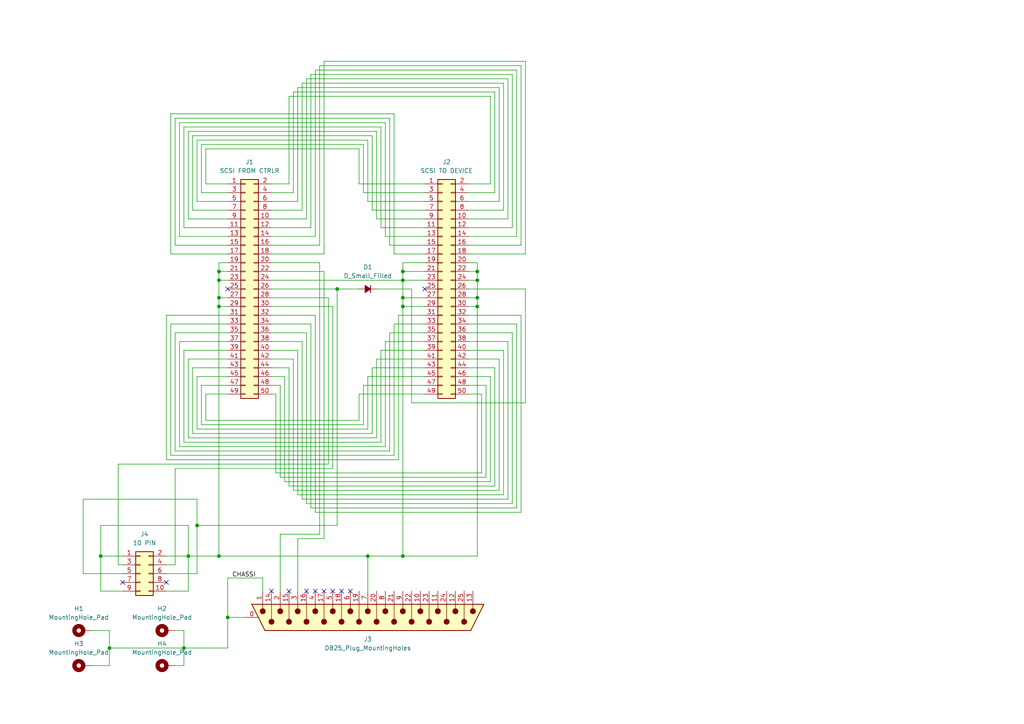
<source format=kicad_sch>
(kicad_sch (version 20231120) (generator "eeschema") (generator_version "8.0")
  (paper "A4")
  (lib_symbols
    (symbol "Connector:DB25_Plug_MountingHoles" (pin_names (offset 1.016) hide)
      (property "Reference" "J" (at 0 36.83 0))
      (property "Value" "DB25_Plug_MountingHoles" (at 0 34.925 0))
      (symbol "DB25_Plug_MountingHoles_0_1"
        (circle (center -1.778 -30.48) (radius 0.762) (fill (type outline)))
        (circle (center -1.778 -25.4) (radius 0.762) (fill (type outline)))
        (circle (center -1.778 -20.32) (radius 0.762) (fill (type outline)))
        (circle (center -1.778 -15.24) (radius 0.762) (fill (type outline)))
        (circle (center -1.778 -10.16) (radius 0.762) (fill (type outline)))
        (circle (center -1.778 -5.08) (radius 0.762) (fill (type outline)))
        (circle (center -1.778 0) (radius 0.762) (fill (type outline)))
        (circle (center -1.778 5.08) (radius 0.762) (fill (type outline)))
        (circle (center -1.778 10.16) (radius 0.762) (fill (type outline)))
        (circle (center -1.778 15.24) (radius 0.762) (fill (type outline)))
        (circle (center -1.778 20.32) (radius 0.762) (fill (type outline)))
        (circle (center -1.778 25.4) (radius 0.762) (fill (type outline)))
        (circle (center -1.778 30.48) (radius 0.762) (fill (type outline)))
        (polyline (pts (xy -3.81 -30.48) (xy -2.54 -30.48)))
        (polyline (pts (xy -3.81 -27.94) (xy 0.508 -27.94)))
        (polyline (pts (xy -3.81 -25.4) (xy -2.54 -25.4)))
        (polyline (pts (xy -3.81 -22.86) (xy 0.508 -22.86)))
        (polyline (pts (xy -3.81 -20.32) (xy -2.54 -20.32)))
        (polyline (pts (xy -3.81 -17.78) (xy 0.508 -17.78)))
        (polyline (pts (xy -3.81 -15.24) (xy -2.54 -15.24)))
        (polyline (pts (xy -3.81 -12.7) (xy 0.508 -12.7)))
        (polyline (pts (xy -3.81 -10.16) (xy -2.54 -10.16)))
        (polyline (pts (xy -3.81 -7.62) (xy 0.508 -7.62)))
        (polyline (pts (xy -3.81 -5.08) (xy -2.54 -5.08)))
        (polyline (pts (xy -3.81 -2.54) (xy 0.508 -2.54)))
        (polyline (pts (xy -3.81 0) (xy -2.54 0)))
        (polyline (pts (xy -3.81 2.54) (xy 0.508 2.54)))
        (polyline (pts (xy -3.81 5.08) (xy -2.54 5.08)))
        (polyline (pts (xy -3.81 7.62) (xy 0.508 7.62)))
        (polyline (pts (xy -3.81 10.16) (xy -2.54 10.16)))
        (polyline (pts (xy -3.81 12.7) (xy 0.508 12.7)))
        (polyline (pts (xy -3.81 15.24) (xy -2.54 15.24)))
        (polyline (pts (xy -3.81 17.78) (xy 0.508 17.78)))
        (polyline (pts (xy -3.81 20.32) (xy -2.54 20.32)))
        (polyline (pts (xy -3.81 22.86) (xy 0.508 22.86)))
        (polyline (pts (xy -3.81 25.4) (xy -2.54 25.4)))
        (polyline (pts (xy -3.81 27.94) (xy 0.508 27.94)))
        (polyline (pts (xy -3.81 30.48) (xy -2.54 30.48)))
        (polyline (pts (xy -3.81 -33.655) (xy 3.81 -29.845) (xy 3.81 29.845) (xy -3.81 33.655) (xy -3.81 -33.655)) (stroke (width 0.254)) (fill (type background)))
        (circle (center 1.27 -27.94) (radius 0.762) (fill (type outline)))
        (circle (center 1.27 -22.86) (radius 0.762) (fill (type outline)))
        (circle (center 1.27 -17.78) (radius 0.762) (fill (type outline)))
        (circle (center 1.27 -12.7) (radius 0.762) (fill (type outline)))
        (circle (center 1.27 -7.62) (radius 0.762) (fill (type outline)))
        (circle (center 1.27 -2.54) (radius 0.762) (fill (type outline)))
        (circle (center 1.27 2.54) (radius 0.762) (fill (type outline)))
        (circle (center 1.27 7.62) (radius 0.762) (fill (type outline)))
        (circle (center 1.27 12.7) (radius 0.762) (fill (type outline)))
        (circle (center 1.27 17.78) (radius 0.762) (fill (type outline)))
        (circle (center 1.27 22.86) (radius 0.762) (fill (type outline)))
        (circle (center 1.27 27.94) (radius 0.762) (fill (type outline)))
      )
      (symbol "DB25_Plug_MountingHoles_1_1"
        (pin passive line (at 0 -35.56 90) (length 3.81) (name "PAD") (number "0"))
        (pin passive line (at -7.62 -30.48 0) (length 3.81) (name "1") (number "1"))
        (pin passive line (at -7.62 15.24 0) (length 3.81) (name "10") (number "10"))
        (pin passive line (at -7.62 20.32 0) (length 3.81) (name "11") (number "11"))
        (pin passive line (at -7.62 25.4 0) (length 3.81) (name "12") (number "12"))
        (pin passive line (at -7.62 30.48 0) (length 3.81) (name "13") (number "13"))
        (pin passive line (at -7.62 -27.94 0) (length 3.81) (name "P14") (number "14"))
        (pin passive line (at -7.62 -22.86 0) (length 3.81) (name "P15") (number "15"))
        (pin passive line (at -7.62 -17.78 0) (length 3.81) (name "P16") (number "16"))
        (pin passive line (at -7.62 -12.7 0) (length 3.81) (name "P17") (number "17"))
        (pin passive line (at -7.62 -7.62 0) (length 3.81) (name "P18") (number "18"))
        (pin passive line (at -7.62 -2.54 0) (length 3.81) (name "P19") (number "19"))
        (pin passive line (at -7.62 -25.4 0) (length 3.81) (name "2") (number "2"))
        (pin passive line (at -7.62 2.54 0) (length 3.81) (name "P20") (number "20"))
        (pin passive line (at -7.62 7.62 0) (length 3.81) (name "P21") (number "21"))
        (pin passive line (at -7.62 12.7 0) (length 3.81) (name "P22") (number "22"))
        (pin passive line (at -7.62 17.78 0) (length 3.81) (name "P23") (number "23"))
        (pin passive line (at -7.62 22.86 0) (length 3.81) (name "P24") (number "24"))
        (pin passive line (at -7.62 27.94 0) (length 3.81) (name "P25") (number "25"))
        (pin passive line (at -7.62 -20.32 0) (length 3.81) (name "3") (number "3"))
        (pin passive line (at -7.62 -15.24 0) (length 3.81) (name "4") (number "4"))
        (pin passive line (at -7.62 -10.16 0) (length 3.81) (name "5") (number "5"))
        (pin passive line (at -7.62 -5.08 0) (length 3.81) (name "6") (number "6"))
        (pin passive line (at -7.62 0 0) (length 3.81) (name "7") (number "7"))
        (pin passive line (at -7.62 5.08 0) (length 3.81) (name "8") (number "8"))
        (pin passive line (at -7.62 10.16 0) (length 3.81) (name "9") (number "9"))
      )
    )
    (symbol "Connector_Generic:Conn_02x05_Odd_Even" (pin_names (offset 1.016) hide)
      (property "Reference" "J" (at 1.27 7.62 0))
      (property "Value" "Conn_02x05_Odd_Even" (at 1.27 -7.62 0))
      (symbol "Conn_02x05_Odd_Even_1_1"
        (rectangle (start -1.27 -4.953) (end 0 -5.207) (stroke (width 0.1524)))
        (rectangle (start -1.27 -2.413) (end 0 -2.667) (stroke (width 0.1524)))
        (rectangle (start -1.27 0.127) (end 0 -0.127) (stroke (width 0.1524)))
        (rectangle (start -1.27 2.667) (end 0 2.413) (stroke (width 0.1524)))
        (rectangle (start -1.27 5.207) (end 0 4.953) (stroke (width 0.1524)))
        (rectangle (start -1.27 6.35) (end 3.81 -6.35) (stroke (width 0.254)) (fill (type background)))
        (rectangle (start 3.81 -4.953) (end 2.54 -5.207) (stroke (width 0.1524)))
        (rectangle (start 3.81 -2.413) (end 2.54 -2.667) (stroke (width 0.1524)))
        (rectangle (start 3.81 0.127) (end 2.54 -0.127) (stroke (width 0.1524)))
        (rectangle (start 3.81 2.667) (end 2.54 2.413) (stroke (width 0.1524)))
        (rectangle (start 3.81 5.207) (end 2.54 4.953) (stroke (width 0.1524)))
        (pin passive line (at -5.08 5.08 0) (length 3.81) (name "Pin_1") (number "1"))
        (pin passive line (at 7.62 -5.08 180) (length 3.81) (name "Pin_10") (number "10"))
        (pin passive line (at 7.62 5.08 180) (length 3.81) (name "Pin_2") (number "2"))
        (pin passive line (at -5.08 2.54 0) (length 3.81) (name "Pin_3") (number "3"))
        (pin passive line (at 7.62 2.54 180) (length 3.81) (name "Pin_4") (number "4"))
        (pin passive line (at -5.08 0 0) (length 3.81) (name "Pin_5") (number "5"))
        (pin passive line (at 7.62 0 180) (length 3.81) (name "Pin_6") (number "6"))
        (pin passive line (at -5.08 -2.54 0) (length 3.81) (name "Pin_7") (number "7"))
        (pin passive line (at 7.62 -2.54 180) (length 3.81) (name "Pin_8") (number "8"))
        (pin passive line (at -5.08 -5.08 0) (length 3.81) (name "Pin_9") (number "9"))
      )
    )
    (symbol "Connector_Generic:Conn_02x25_Odd_Even" (pin_names (offset 1.016) hide)
      (property "Reference" "J" (at 1.27 33.02 0))
      (property "Value" "Conn_02x25_Odd_Even" (at 1.27 -33.02 0))
      (symbol "Conn_02x25_Odd_Even_1_1"
        (rectangle (start -1.27 -30.353) (end 0 -30.607) (stroke (width 0.1524)))
        (rectangle (start -1.27 -27.813) (end 0 -28.067) (stroke (width 0.1524)))
        (rectangle (start -1.27 -25.273) (end 0 -25.527) (stroke (width 0.1524)))
        (rectangle (start -1.27 -22.733) (end 0 -22.987) (stroke (width 0.1524)))
        (rectangle (start -1.27 -20.193) (end 0 -20.447) (stroke (width 0.1524)))
        (rectangle (start -1.27 -17.653) (end 0 -17.907) (stroke (width 0.1524)))
        (rectangle (start -1.27 -15.113) (end 0 -15.367) (stroke (width 0.1524)))
        (rectangle (start -1.27 -12.573) (end 0 -12.827) (stroke (width 0.1524)))
        (rectangle (start -1.27 -10.033) (end 0 -10.287) (stroke (width 0.1524)))
        (rectangle (start -1.27 -7.493) (end 0 -7.747) (stroke (width 0.1524)))
        (rectangle (start -1.27 -4.953) (end 0 -5.207) (stroke (width 0.1524)))
        (rectangle (start -1.27 -2.413) (end 0 -2.667) (stroke (width 0.1524)))
        (rectangle (start -1.27 0.127) (end 0 -0.127) (stroke (width 0.1524)))
        (rectangle (start -1.27 2.667) (end 0 2.413) (stroke (width 0.1524)))
        (rectangle (start -1.27 5.207) (end 0 4.953) (stroke (width 0.1524)))
        (rectangle (start -1.27 7.747) (end 0 7.493) (stroke (width 0.1524)))
        (rectangle (start -1.27 10.287) (end 0 10.033) (stroke (width 0.1524)))
        (rectangle (start -1.27 12.827) (end 0 12.573) (stroke (width 0.1524)))
        (rectangle (start -1.27 15.367) (end 0 15.113) (stroke (width 0.1524)))
        (rectangle (start -1.27 17.907) (end 0 17.653) (stroke (width 0.1524)))
        (rectangle (start -1.27 20.447) (end 0 20.193) (stroke (width 0.1524)))
        (rectangle (start -1.27 22.987) (end 0 22.733) (stroke (width 0.1524)))
        (rectangle (start -1.27 25.527) (end 0 25.273) (stroke (width 0.1524)))
        (rectangle (start -1.27 28.067) (end 0 27.813) (stroke (width 0.1524)))
        (rectangle (start -1.27 30.607) (end 0 30.353) (stroke (width 0.1524)))
        (rectangle (start -1.27 31.75) (end 3.81 -31.75) (stroke (width 0.254)) (fill (type background)))
        (rectangle (start 3.81 -30.353) (end 2.54 -30.607) (stroke (width 0.1524)))
        (rectangle (start 3.81 -27.813) (end 2.54 -28.067) (stroke (width 0.1524)))
        (rectangle (start 3.81 -25.273) (end 2.54 -25.527) (stroke (width 0.1524)))
        (rectangle (start 3.81 -22.733) (end 2.54 -22.987) (stroke (width 0.1524)))
        (rectangle (start 3.81 -20.193) (end 2.54 -20.447) (stroke (width 0.1524)))
        (rectangle (start 3.81 -17.653) (end 2.54 -17.907) (stroke (width 0.1524)))
        (rectangle (start 3.81 -15.113) (end 2.54 -15.367) (stroke (width 0.1524)))
        (rectangle (start 3.81 -12.573) (end 2.54 -12.827) (stroke (width 0.1524)))
        (rectangle (start 3.81 -10.033) (end 2.54 -10.287) (stroke (width 0.1524)))
        (rectangle (start 3.81 -7.493) (end 2.54 -7.747) (stroke (width 0.1524)))
        (rectangle (start 3.81 -4.953) (end 2.54 -5.207) (stroke (width 0.1524)))
        (rectangle (start 3.81 -2.413) (end 2.54 -2.667) (stroke (width 0.1524)))
        (rectangle (start 3.81 0.127) (end 2.54 -0.127) (stroke (width 0.1524)))
        (rectangle (start 3.81 2.667) (end 2.54 2.413) (stroke (width 0.1524)))
        (rectangle (start 3.81 5.207) (end 2.54 4.953) (stroke (width 0.1524)))
        (rectangle (start 3.81 7.747) (end 2.54 7.493) (stroke (width 0.1524)))
        (rectangle (start 3.81 10.287) (end 2.54 10.033) (stroke (width 0.1524)))
        (rectangle (start 3.81 12.827) (end 2.54 12.573) (stroke (width 0.1524)))
        (rectangle (start 3.81 15.367) (end 2.54 15.113) (stroke (width 0.1524)))
        (rectangle (start 3.81 17.907) (end 2.54 17.653) (stroke (width 0.1524)))
        (rectangle (start 3.81 20.447) (end 2.54 20.193) (stroke (width 0.1524)))
        (rectangle (start 3.81 22.987) (end 2.54 22.733) (stroke (width 0.1524)))
        (rectangle (start 3.81 25.527) (end 2.54 25.273) (stroke (width 0.1524)))
        (rectangle (start 3.81 28.067) (end 2.54 27.813) (stroke (width 0.1524)))
        (rectangle (start 3.81 30.607) (end 2.54 30.353) (stroke (width 0.1524)))
        (pin passive line (at -5.08 30.48 0) (length 3.81) (name "Pin_1") (number "1"))
        (pin passive line (at 7.62 20.32 180) (length 3.81) (name "Pin_10") (number "10"))
        (pin passive line (at -5.08 17.78 0) (length 3.81) (name "Pin_11") (number "11"))
        (pin passive line (at 7.62 17.78 180) (length 3.81) (name "Pin_12") (number "12"))
        (pin passive line (at -5.08 15.24 0) (length 3.81) (name "Pin_13") (number "13"))
        (pin passive line (at 7.62 15.24 180) (length 3.81) (name "Pin_14") (number "14"))
        (pin passive line (at -5.08 12.7 0) (length 3.81) (name "Pin_15") (number "15"))
        (pin passive line (at 7.62 12.7 180) (length 3.81) (name "Pin_16") (number "16"))
        (pin passive line (at -5.08 10.16 0) (length 3.81) (name "Pin_17") (number "17"))
        (pin passive line (at 7.62 10.16 180) (length 3.81) (name "Pin_18") (number "18"))
        (pin passive line (at -5.08 7.62 0) (length 3.81) (name "Pin_19") (number "19"))
        (pin passive line (at 7.62 30.48 180) (length 3.81) (name "Pin_2") (number "2"))
        (pin passive line (at 7.62 7.62 180) (length 3.81) (name "Pin_20") (number "20"))
        (pin passive line (at -5.08 5.08 0) (length 3.81) (name "Pin_21") (number "21"))
        (pin passive line (at 7.62 5.08 180) (length 3.81) (name "Pin_22") (number "22"))
        (pin passive line (at -5.08 2.54 0) (length 3.81) (name "Pin_23") (number "23"))
        (pin passive line (at 7.62 2.54 180) (length 3.81) (name "Pin_24") (number "24"))
        (pin passive line (at -5.08 0 0) (length 3.81) (name "Pin_25") (number "25"))
        (pin passive line (at 7.62 0 180) (length 3.81) (name "Pin_26") (number "26"))
        (pin passive line (at -5.08 -2.54 0) (length 3.81) (name "Pin_27") (number "27"))
        (pin passive line (at 7.62 -2.54 180) (length 3.81) (name "Pin_28") (number "28"))
        (pin passive line (at -5.08 -5.08 0) (length 3.81) (name "Pin_29") (number "29"))
        (pin passive line (at -5.08 27.94 0) (length 3.81) (name "Pin_3") (number "3"))
        (pin passive line (at 7.62 -5.08 180) (length 3.81) (name "Pin_30") (number "30"))
        (pin passive line (at -5.08 -7.62 0) (length 3.81) (name "Pin_31") (number "31"))
        (pin passive line (at 7.62 -7.62 180) (length 3.81) (name "Pin_32") (number "32"))
        (pin passive line (at -5.08 -10.16 0) (length 3.81) (name "Pin_33") (number "33"))
        (pin passive line (at 7.62 -10.16 180) (length 3.81) (name "Pin_34") (number "34"))
        (pin passive line (at -5.08 -12.7 0) (length 3.81) (name "Pin_35") (number "35"))
        (pin passive line (at 7.62 -12.7 180) (length 3.81) (name "Pin_36") (number "36"))
        (pin passive line (at -5.08 -15.24 0) (length 3.81) (name "Pin_37") (number "37"))
        (pin passive line (at 7.62 -15.24 180) (length 3.81) (name "Pin_38") (number "38"))
        (pin passive line (at -5.08 -17.78 0) (length 3.81) (name "Pin_39") (number "39"))
        (pin passive line (at 7.62 27.94 180) (length 3.81) (name "Pin_4") (number "4"))
        (pin passive line (at 7.62 -17.78 180) (length 3.81) (name "Pin_40") (number "40"))
        (pin passive line (at -5.08 -20.32 0) (length 3.81) (name "Pin_41") (number "41"))
        (pin passive line (at 7.62 -20.32 180) (length 3.81) (name "Pin_42") (number "42"))
        (pin passive line (at -5.08 -22.86 0) (length 3.81) (name "Pin_43") (number "43"))
        (pin passive line (at 7.62 -22.86 180) (length 3.81) (name "Pin_44") (number "44"))
        (pin passive line (at -5.08 -25.4 0) (length 3.81) (name "Pin_45") (number "45"))
        (pin passive line (at 7.62 -25.4 180) (length 3.81) (name "Pin_46") (number "46"))
        (pin passive line (at -5.08 -27.94 0) (length 3.81) (name "Pin_47") (number "47"))
        (pin passive line (at 7.62 -27.94 180) (length 3.81) (name "Pin_48") (number "48"))
        (pin passive line (at -5.08 -30.48 0) (length 3.81) (name "Pin_49") (number "49"))
        (pin passive line (at -5.08 25.4 0) (length 3.81) (name "Pin_5") (number "5"))
        (pin passive line (at 7.62 -30.48 180) (length 3.81) (name "Pin_50") (number "50"))
        (pin passive line (at 7.62 25.4 180) (length 3.81) (name "Pin_6") (number "6"))
        (pin passive line (at -5.08 22.86 0) (length 3.81) (name "Pin_7") (number "7"))
        (pin passive line (at 7.62 22.86 180) (length 3.81) (name "Pin_8") (number "8"))
        (pin passive line (at -5.08 20.32 0) (length 3.81) (name "Pin_9") (number "9"))
      )
    )
    (symbol "Device:D_Small_Filled" (pin_numbers hide) (pin_names (offset 0.254) hide)
      (property "Reference" "D" (at -1.27 2.032 0))
      (property "Value" "D_Small_Filled" (at -3.81 -2.032 0))
      (symbol "D_Small_Filled_0_1"
        (polyline (pts (xy -0.762 -1.016) (xy -0.762 1.016)) (stroke (width 0.254)))
        (polyline (pts (xy -0.762 0) (xy 0.762 0)))
        (polyline (pts (xy 0.762 -1.016) (xy -0.762 0) (xy 0.762 1.016) (xy 0.762 -1.016)) (stroke (width 0.254)) (fill (type outline)))
      )
      (symbol "D_Small_Filled_1_1"
        (pin passive line (at -2.54 0 0) (length 1.778) (name "K") (number "1"))
        (pin passive line (at 2.54 0 180) (length 1.778) (name "A") (number "2"))
      )
    )
    (symbol "Mechanical:MountingHole_Pad" (pin_numbers hide) (pin_names (offset 1.016) hide) (exclude_from_sim yes) (in_bom no)
      (property "Reference" "H" (at 0 6.35 0))
      (property "Value" "MountingHole_Pad" (at 0 4.445 0))
      (symbol "MountingHole_Pad_0_1"
        (circle (center 0 1.27) (radius 1.27) (stroke (width 1.27)))
      )
      (symbol "MountingHole_Pad_1_1"
        (pin input line (at 0 -2.54 90) (length 2.54) (name "1") (number "1"))
      )
    )
  )
  (junction (at 31.75 187.96))
  (junction (at 138.43 86.36))
  (junction (at 63.5 86.36))
  (junction (at 116.84 86.36))
  (junction (at 116.84 161.29))
  (junction (at 63.5 81.28))
  (junction (at 138.43 78.74))
  (junction (at 138.43 81.28))
  (junction (at 57.15 152.4))
  (junction (at 116.84 88.9))
  (junction (at 63.5 78.74))
  (junction (at 54.61 161.29))
  (junction (at 66.04 179.07))
  (junction (at 138.43 88.9))
  (junction (at 53.34 187.96))
  (junction (at 63.5 88.9))
  (junction (at 97.79 83.82))
  (junction (at 116.84 78.74))
  (junction (at 116.84 81.28))
  (junction (at 63.5 161.29))
  (junction (at 29.21 161.29))
  (junction (at 106.68 161.29))
  (no_connect (at 35.56 168.91))
  (no_connect (at 101.6 171.45))
  (no_connect (at 123.19 83.82))
  (no_connect (at 78.74 171.45))
  (no_connect (at 48.26 168.91))
  (no_connect (at 91.44 171.45))
  (no_connect (at 83.82 171.45))
  (no_connect (at 66.04 83.82))
  (no_connect (at 88.9 171.45))
  (no_connect (at 99.06 171.45))
  (no_connect (at 96.52 171.45))
  (no_connect (at 93.98 171.45))
  (wire (pts (xy 113.03 96.52) (xy 113.03 130.81)))
  (wire (pts (xy 106.68 124.46) (xy 57.15 124.46)))
  (wire (pts (xy 66.04 114.3) (xy 59.69 114.3)))
  (wire (pts (xy 116.84 161.29) (xy 138.43 161.29)))
  (wire (pts (xy 66.04 187.96) (xy 66.04 179.07)))
  (wire (pts (xy 95.25 86.36) (xy 95.25 134.62)))
  (wire (pts (xy 58.42 41.91) (xy 58.42 55.88)))
  (wire (pts (xy 86.36 171.45) (xy 86.36 156.21)))
  (wire (pts (xy 63.5 161.29) (xy 106.68 161.29)))
  (wire (pts (xy 53.34 36.83) (xy 53.34 66.04)))
  (wire (pts (xy 116.84 78.74) (xy 123.19 78.74)))
  (wire (pts (xy 59.69 121.92) (xy 104.14 121.92)))
  (wire (pts (xy 109.22 104.14) (xy 109.22 127)))
  (wire (pts (xy 105.41 55.88) (xy 105.41 41.91)))
  (wire (pts (xy 149.86 20.32) (xy 91.44 20.32)))
  (wire (pts (xy 88.9 22.86) (xy 88.9 63.5)))
  (wire (pts (xy 104.14 83.82) (xy 97.79 83.82)))
  (wire (pts (xy 83.82 27.94) (xy 142.24 27.94)))
  (wire (pts (xy 66.04 167.64) (xy 76.2 167.64)))
  (wire (pts (xy 81.28 154.94) (xy 92.71 154.94)))
  (wire (pts (xy 78.74 66.04) (xy 90.17 66.04)))
  (wire (pts (xy 149.86 93.98) (xy 135.89 93.98)))
  (wire (pts (xy 58.42 111.76) (xy 66.04 111.76)))
  (wire (pts (xy 91.44 68.58) (xy 78.74 68.58)))
  (wire (pts (xy 138.43 81.28) (xy 138.43 78.74)))
  (wire (pts (xy 85.09 26.67) (xy 143.51 26.67)))
  (wire (pts (xy 58.42 123.19) (xy 58.42 111.76)))
  (wire (pts (xy 142.24 139.7) (xy 142.24 109.22)))
  (wire (pts (xy 152.4 116.84) (xy 152.4 83.82)))
  (wire (pts (xy 88.9 146.05) (xy 148.59 146.05)))
  (wire (pts (xy 63.5 76.2) (xy 66.04 76.2)))
  (wire (pts (xy 97.79 83.82) (xy 97.79 152.4)))
  (wire (pts (xy 49.53 93.98) (xy 66.04 93.98)))
  (wire (pts (xy 54.61 104.14) (xy 66.04 104.14)))
  (wire (pts (xy 109.22 83.82) (xy 119.38 83.82)))
  (wire (pts (xy 57.15 124.46) (xy 57.15 109.22)))
  (wire (pts (xy 55.88 125.73) (xy 55.88 106.68)))
  (wire (pts (xy 144.78 58.42) (xy 144.78 25.4)))
  (wire (pts (xy 142.24 53.34) (xy 135.89 53.34)))
  (wire (pts (xy 115.57 133.35) (xy 48.26 133.35)))
  (wire (pts (xy 143.51 55.88) (xy 135.89 55.88)))
  (wire (pts (xy 29.21 161.29) (xy 35.56 161.29)))
  (wire (pts (xy 123.19 91.44) (xy 115.57 91.44)))
  (wire (pts (xy 92.71 154.94) (xy 92.71 76.2)))
  (wire (pts (xy 48.26 91.44) (xy 66.04 91.44)))
  (wire (pts (xy 48.26 161.29) (xy 54.61 161.29)))
  (wire (pts (xy 138.43 86.36) (xy 138.43 81.28)))
  (wire (pts (xy 31.75 193.04) (xy 26.67 193.04)))
  (wire (pts (xy 53.34 182.88) (xy 50.8 182.88)))
  (wire (pts (xy 123.19 68.58) (xy 111.76 68.58)))
  (wire (pts (xy 92.71 76.2) (xy 78.74 76.2)))
  (wire (pts (xy 110.49 66.04) (xy 110.49 36.83)))
  (wire (pts (xy 49.53 73.66) (xy 66.04 73.66)))
  (wire (pts (xy 104.14 114.3) (xy 104.14 121.92)))
  (wire (pts (xy 78.74 73.66) (xy 93.98 73.66)))
  (wire (pts (xy 123.19 93.98) (xy 114.3 93.98)))
  (wire (pts (xy 111.76 129.54) (xy 52.07 129.54)))
  (wire (pts (xy 78.74 55.88) (xy 85.09 55.88)))
  (wire (pts (xy 26.67 182.88) (xy 31.75 182.88)))
  (wire (pts (xy 114.3 93.98) (xy 114.3 132.08)))
  (wire (pts (xy 116.84 78.74) (xy 116.84 81.28)))
  (wire (pts (xy 151.13 148.59) (xy 151.13 91.44)))
  (wire (pts (xy 105.41 111.76) (xy 105.41 123.19)))
  (wire (pts (xy 53.34 101.6) (xy 66.04 101.6)))
  (wire (pts (xy 48.26 133.35) (xy 48.26 91.44)))
  (wire (pts (xy 54.61 171.45) (xy 54.61 161.29)))
  (wire (pts (xy 110.49 101.6) (xy 110.49 128.27)))
  (wire (pts (xy 66.04 179.07) (xy 66.04 167.64)))
  (wire (pts (xy 116.84 76.2) (xy 116.84 78.74)))
  (wire (pts (xy 59.69 43.18) (xy 59.69 53.34)))
  (wire (pts (xy 144.78 104.14) (xy 135.89 104.14)))
  (wire (pts (xy 138.43 88.9) (xy 138.43 86.36)))
  (wire (pts (xy 90.17 147.32) (xy 149.86 147.32)))
  (wire (pts (xy 87.63 144.78) (xy 147.32 144.78)))
  (wire (pts (xy 88.9 63.5) (xy 78.74 63.5)))
  (wire (pts (xy 31.75 187.96) (xy 53.34 187.96)))
  (wire (pts (xy 63.5 81.28) (xy 63.5 78.74)))
  (wire (pts (xy 52.07 129.54) (xy 52.07 99.06)))
  (wire (pts (xy 107.95 125.73) (xy 55.88 125.73)))
  (wire (pts (xy 135.89 88.9) (xy 138.43 88.9)))
  (wire (pts (xy 59.69 53.34) (xy 66.04 53.34)))
  (wire (pts (xy 54.61 38.1) (xy 54.61 63.5)))
  (wire (pts (xy 50.8 96.52) (xy 66.04 96.52)))
  (wire (pts (xy 147.32 99.06) (xy 135.89 99.06)))
  (wire (pts (xy 135.89 81.28) (xy 138.43 81.28)))
  (wire (pts (xy 116.84 86.36) (xy 116.84 88.9)))
  (wire (pts (xy 52.07 99.06) (xy 66.04 99.06)))
  (wire (pts (xy 106.68 40.64) (xy 57.15 40.64)))
  (wire (pts (xy 147.32 22.86) (xy 88.9 22.86)))
  (wire (pts (xy 90.17 93.98) (xy 90.17 147.32)))
  (wire (pts (xy 53.34 128.27) (xy 53.34 101.6)))
  (wire (pts (xy 148.59 21.59) (xy 148.59 66.04)))
  (wire (pts (xy 24.13 166.37) (xy 35.56 166.37)))
  (wire (pts (xy 142.24 27.94) (xy 142.24 53.34)))
  (wire (pts (xy 123.19 66.04) (xy 110.49 66.04)))
  (wire (pts (xy 81.28 138.43) (xy 140.97 138.43)))
  (wire (pts (xy 78.74 81.28) (xy 116.84 81.28)))
  (wire (pts (xy 52.07 68.58) (xy 66.04 68.58)))
  (wire (pts (xy 78.74 111.76) (xy 81.28 111.76)))
  (wire (pts (xy 78.74 78.74) (xy 93.98 78.74)))
  (wire (pts (xy 116.84 88.9) (xy 123.19 88.9)))
  (wire (pts (xy 113.03 34.29) (xy 50.8 34.29)))
  (wire (pts (xy 34.29 163.83) (xy 35.56 163.83)))
  (wire (pts (xy 78.74 104.14) (xy 85.09 104.14)))
  (wire (pts (xy 59.69 114.3) (xy 59.69 121.92)))
  (wire (pts (xy 105.41 123.19) (xy 58.42 123.19)))
  (wire (pts (xy 50.8 130.81) (xy 50.8 96.52)))
  (wire (pts (xy 151.13 71.12) (xy 135.89 71.12)))
  (wire (pts (xy 138.43 161.29) (xy 138.43 88.9)))
  (wire (pts (xy 81.28 111.76) (xy 81.28 138.43)))
  (wire (pts (xy 135.89 58.42) (xy 144.78 58.42)))
  (wire (pts (xy 24.13 144.78) (xy 24.13 166.37)))
  (wire (pts (xy 50.8 135.89) (xy 96.52 135.89)))
  (wire (pts (xy 29.21 171.45) (xy 29.21 161.29)))
  (wire (pts (xy 113.03 130.81) (xy 50.8 130.81)))
  (wire (pts (xy 86.36 101.6) (xy 86.36 143.51)))
  (wire (pts (xy 123.19 106.68) (xy 107.95 106.68)))
  (wire (pts (xy 52.07 35.56) (xy 52.07 68.58)))
  (wire (pts (xy 48.26 163.83) (xy 50.8 163.83)))
  (wire (pts (xy 90.17 66.04) (xy 90.17 21.59)))
  (wire (pts (xy 135.89 86.36) (xy 138.43 86.36)))
  (wire (pts (xy 152.4 73.66) (xy 135.89 73.66)))
  (wire (pts (xy 123.19 63.5) (xy 109.22 63.5)))
  (wire (pts (xy 78.74 91.44) (xy 91.44 91.44)))
  (wire (pts (xy 53.34 187.96) (xy 66.04 187.96)))
  (wire (pts (xy 113.03 71.12) (xy 113.03 34.29)))
  (wire (pts (xy 80.01 114.3) (xy 80.01 137.16)))
  (wire (pts (xy 78.74 83.82) (xy 97.79 83.82)))
  (wire (pts (xy 107.95 39.37) (xy 55.88 39.37)))
  (wire (pts (xy 63.5 88.9) (xy 66.04 88.9)))
  (wire (pts (xy 78.74 86.36) (xy 95.25 86.36)))
  (wire (pts (xy 144.78 25.4) (xy 86.36 25.4)))
  (wire (pts (xy 86.36 25.4) (xy 86.36 58.42)))
  (wire (pts (xy 114.3 33.02) (xy 49.53 33.02)))
  (wire (pts (xy 31.75 187.96) (xy 31.75 193.04)))
  (wire (pts (xy 78.74 60.96) (xy 87.63 60.96)))
  (wire (pts (xy 85.09 104.14) (xy 85.09 142.24)))
  (wire (pts (xy 34.29 134.62) (xy 34.29 163.83)))
  (wire (pts (xy 123.19 114.3) (xy 104.14 114.3)))
  (wire (pts (xy 147.32 144.78) (xy 147.32 99.06)))
  (wire (pts (xy 110.49 36.83) (xy 53.34 36.83)))
  (wire (pts (xy 123.19 99.06) (xy 111.76 99.06)))
  (wire (pts (xy 106.68 171.45) (xy 106.68 161.29)))
  (wire (pts (xy 29.21 152.4) (xy 54.61 152.4)))
  (wire (pts (xy 66.04 81.28) (xy 63.5 81.28)))
  (wire (pts (xy 78.74 71.12) (xy 92.71 71.12)))
  (wire (pts (xy 78.74 96.52) (xy 88.9 96.52)))
  (wire (pts (xy 111.76 35.56) (xy 52.07 35.56)))
  (wire (pts (xy 135.89 106.68) (xy 143.51 106.68)))
  (wire (pts (xy 104.14 53.34) (xy 123.19 53.34)))
  (wire (pts (xy 78.74 114.3) (xy 80.01 114.3)))
  (wire (pts (xy 123.19 111.76) (xy 105.41 111.76)))
  (wire (pts (xy 119.38 83.82) (xy 119.38 116.84)))
  (wire (pts (xy 146.05 101.6) (xy 135.89 101.6)))
  (wire (pts (xy 92.71 19.05) (xy 151.13 19.05)))
  (wire (pts (xy 78.74 93.98) (xy 90.17 93.98)))
  (wire (pts (xy 107.95 106.68) (xy 107.95 125.73)))
  (wire (pts (xy 95.25 134.62) (xy 34.29 134.62)))
  (wire (pts (xy 78.74 58.42) (xy 86.36 58.42)))
  (wire (pts (xy 49.53 33.02) (xy 49.53 73.66)))
  (wire (pts (xy 63.5 88.9) (xy 63.5 161.29)))
  (wire (pts (xy 151.13 91.44) (xy 135.89 91.44)))
  (wire (pts (xy 149.86 147.32) (xy 149.86 93.98)))
  (wire (pts (xy 83.82 53.34) (xy 83.82 27.94)))
  (wire (pts (xy 144.78 142.24) (xy 144.78 104.14)))
  (wire (pts (xy 148.59 146.05) (xy 148.59 96.52)))
  (wire (pts (xy 105.41 41.91) (xy 58.42 41.91)))
  (wire (pts (xy 135.89 63.5) (xy 147.32 63.5)))
  (wire (pts (xy 57.15 166.37) (xy 48.26 166.37)))
  (wire (pts (xy 92.71 71.12) (xy 92.71 19.05)))
  (wire (pts (xy 50.8 193.04) (xy 53.34 193.04)))
  (wire (pts (xy 135.89 78.74) (xy 138.43 78.74)))
  (wire (pts (xy 138.43 76.2) (xy 135.89 76.2)))
  (wire (pts (xy 78.74 109.22) (xy 82.55 109.22)))
  (wire (pts (xy 76.2 167.64) (xy 76.2 171.45)))
  (wire (pts (xy 148.59 66.04) (xy 135.89 66.04)))
  (wire (pts (xy 78.74 106.68) (xy 83.82 106.68)))
  (wire (pts (xy 63.5 78.74) (xy 63.5 76.2)))
  (wire (pts (xy 140.97 138.43) (xy 140.97 111.76)))
  (wire (pts (xy 85.09 142.24) (xy 144.78 142.24)))
  (wire (pts (xy 139.7 137.16) (xy 139.7 114.3)))
  (wire (pts (xy 114.3 132.08) (xy 49.53 132.08)))
  (wire (pts (xy 55.88 60.96) (xy 66.04 60.96)))
  (wire (pts (xy 151.13 19.05) (xy 151.13 71.12)))
  (wire (pts (xy 93.98 156.21) (xy 93.98 78.74)))
  (wire (pts (xy 123.19 58.42) (xy 106.68 58.42)))
  (wire (pts (xy 111.76 68.58) (xy 111.76 35.56)))
  (wire (pts (xy 90.17 21.59) (xy 148.59 21.59)))
  (wire (pts (xy 123.19 71.12) (xy 113.03 71.12)))
  (wire (pts (xy 91.44 20.32) (xy 91.44 68.58)))
  (wire (pts (xy 87.63 60.96) (xy 87.63 24.13)))
  (wire (pts (xy 54.61 152.4) (xy 54.61 161.29)))
  (wire (pts (xy 123.19 104.14) (xy 109.22 104.14)))
  (wire (pts (xy 80.01 137.16) (xy 139.7 137.16)))
  (wire (pts (xy 96.52 135.89) (xy 96.52 88.9)))
  (wire (pts (xy 86.36 143.51) (xy 146.05 143.51)))
  (wire (pts (xy 104.14 43.18) (xy 59.69 43.18)))
  (wire (pts (xy 115.57 91.44) (xy 115.57 133.35)))
  (wire (pts (xy 53.34 66.04) (xy 66.04 66.04)))
  (wire (pts (xy 138.43 78.74) (xy 138.43 76.2)))
  (wire (pts (xy 63.5 86.36) (xy 63.5 88.9)))
  (wire (pts (xy 97.79 152.4) (xy 57.15 152.4)))
  (wire (pts (xy 66.04 179.07) (xy 71.12 179.07)))
  (wire (pts (xy 78.74 101.6) (xy 86.36 101.6)))
  (wire (pts (xy 57.15 109.22) (xy 66.04 109.22)))
  (wire (pts (xy 146.05 24.13) (xy 146.05 60.96)))
  (wire (pts (xy 135.89 68.58) (xy 149.86 68.58)))
  (wire (pts (xy 58.42 55.88) (xy 66.04 55.88)))
  (wire (pts (xy 50.8 34.29) (xy 50.8 71.12)))
  (wire (pts (xy 148.59 96.52) (xy 135.89 96.52)))
  (wire (pts (xy 78.74 99.06) (xy 87.63 99.06)))
  (wire (pts (xy 57.15 144.78) (xy 57.15 152.4)))
  (wire (pts (xy 57.15 40.64) (xy 57.15 58.42)))
  (wire (pts (xy 93.98 17.78) (xy 152.4 17.78)))
  (wire (pts (xy 83.82 140.97) (xy 143.51 140.97)))
  (wire (pts (xy 123.19 109.22) (xy 106.68 109.22)))
  (wire (pts (xy 116.84 88.9) (xy 116.84 161.29)))
  (wire (pts (xy 152.4 17.78) (xy 152.4 73.66)))
  (wire (pts (xy 147.32 63.5) (xy 147.32 22.86)))
  (wire (pts (xy 54.61 127) (xy 54.61 104.14)))
  (wire (pts (xy 63.5 78.74) (xy 66.04 78.74)))
  (wire (pts (xy 54.61 63.5) (xy 66.04 63.5)))
  (wire (pts (xy 123.19 60.96) (xy 107.95 60.96)))
  (wire (pts (xy 106.68 161.29) (xy 116.84 161.29)))
  (wire (pts (xy 116.84 86.36) (xy 123.19 86.36)))
  (wire (pts (xy 123.19 55.88) (xy 105.41 55.88)))
  (wire (pts (xy 146.05 60.96) (xy 135.89 60.96)))
  (wire (pts (xy 116.84 81.28) (xy 123.19 81.28)))
  (wire (pts (xy 29.21 161.29) (xy 29.21 152.4)))
  (wire (pts (xy 82.55 109.22) (xy 82.55 139.7)))
  (wire (pts (xy 106.68 58.42) (xy 106.68 40.64)))
  (wire (pts (xy 55.88 106.68) (xy 66.04 106.68)))
  (wire (pts (xy 107.95 60.96) (xy 107.95 39.37)))
  (wire (pts (xy 86.36 156.21) (xy 93.98 156.21)))
  (wire (pts (xy 123.19 101.6) (xy 110.49 101.6)))
  (wire (pts (xy 135.89 109.22) (xy 142.24 109.22)))
  (wire (pts (xy 139.7 114.3) (xy 135.89 114.3)))
  (wire (pts (xy 57.15 152.4) (xy 57.15 166.37)))
  (wire (pts (xy 53.34 193.04) (xy 53.34 187.96)))
  (wire (pts (xy 123.19 96.52) (xy 113.03 96.52)))
  (wire (pts (xy 57.15 58.42) (xy 66.04 58.42)))
  (wire (pts (xy 24.13 144.78) (xy 57.15 144.78)))
  (wire (pts (xy 152.4 83.82) (xy 135.89 83.82)))
  (wire (pts (xy 87.63 24.13) (xy 146.05 24.13)))
  (wire (pts (xy 146.05 143.51) (xy 146.05 101.6)))
  (wire (pts (xy 109.22 38.1) (xy 54.61 38.1)))
  (wire (pts (xy 87.63 99.06) (xy 87.63 144.78)))
  (wire (pts (xy 63.5 86.36) (xy 66.04 86.36)))
  (wire (pts (xy 88.9 96.52) (xy 88.9 146.05)))
  (wire (pts (xy 140.97 111.76) (xy 135.89 111.76)))
  (wire (pts (xy 31.75 182.88) (xy 31.75 187.96)))
  (wire (pts (xy 149.86 68.58) (xy 149.86 20.32)))
  (wire (pts (xy 93.98 73.66) (xy 93.98 17.78)))
  (wire (pts (xy 96.52 88.9) (xy 78.74 88.9)))
  (wire (pts (xy 91.44 148.59) (xy 151.13 148.59)))
  (wire (pts (xy 50.8 71.12) (xy 66.04 71.12)))
  (wire (pts (xy 104.14 53.34) (xy 104.14 43.18)))
  (wire (pts (xy 143.51 26.67) (xy 143.51 55.88)))
  (wire (pts (xy 109.22 63.5) (xy 109.22 38.1)))
  (wire (pts (xy 114.3 73.66) (xy 114.3 33.02)))
  (wire (pts (xy 123.19 73.66) (xy 114.3 73.66)))
  (wire (pts (xy 48.26 171.45) (xy 54.61 171.45)))
  (wire (pts (xy 82.55 139.7) (xy 142.24 139.7)))
  (wire (pts (xy 49.53 132.08) (xy 49.53 93.98)))
  (wire (pts (xy 119.38 116.84) (xy 152.4 116.84)))
  (wire (pts (xy 53.34 187.96) (xy 53.34 182.88)))
  (wire (pts (xy 78.74 53.34) (xy 83.82 53.34)))
  (wire (pts (xy 123.19 76.2) (xy 116.84 76.2)))
  (wire (pts (xy 81.28 171.45) (xy 81.28 154.94)))
  (wire (pts (xy 91.44 91.44) (xy 91.44 148.59)))
  (wire (pts (xy 116.84 81.28) (xy 116.84 86.36)))
  (wire (pts (xy 109.22 127) (xy 54.61 127)))
  (wire (pts (xy 54.61 161.29) (xy 63.5 161.29)))
  (wire (pts (xy 143.51 140.97) (xy 143.51 106.68)))
  (wire (pts (xy 110.49 128.27) (xy 53.34 128.27)))
  (wire (pts (xy 63.5 81.28) (xy 63.5 86.36)))
  (wire (pts (xy 85.09 55.88) (xy 85.09 26.67)))
  (wire (pts (xy 55.88 39.37) (xy 55.88 60.96)))
  (wire (pts (xy 50.8 163.83) (xy 50.8 135.89)))
  (wire (pts (xy 111.76 99.06) (xy 111.76 129.54)))
  (wire (pts (xy 35.56 171.45) (xy 29.21 171.45)))
  (wire (pts (xy 106.68 109.22) (xy 106.68 124.46)))
  (wire (pts (xy 83.82 106.68) (xy 83.82 140.97)))
  (label "CHASSI" (at 67.31 167.64 0))
  (symbol (lib_id "Connector_Generic:Conn_02x05_Odd_Even") (at 40.64 166.37 0) (unit 1)
    (property "Reference" "J4" (at 41.91 154.94 0))
    (property "Value" "10 PIN" (at 41.91 157.48 0))
    (property "Footprint" "Connector_IDC:IDC-Header_2x05_P2.54mm_Vertical" (effects (hide yes)))
    (property "Description" "Generic connector, double row, 02x05, odd/even pin numbering scheme (row 1 odd numbers, row 2 even numbers), script generated (kicad-library-utils/schlib/autogen/connector/)" (effects (hide yes)))
  )
  (symbol (lib_id "Mechanical:MountingHole_Pad") (at 24.13 193.04 90) (unit 1) (exclude_from_sim yes) (in_bom no)
    (property "Reference" "H3" (at 22.86 186.69 90))
    (property "Value" "MountingHole_Pad" (at 22.86 189.23 90))
    (property "Footprint" "MountingHole:MountingHole_3.2mm_M3_Pad_Via" (effects (hide yes)))
    (property "Description" "Mounting Hole with connection" (effects (hide yes)))
  )
  (symbol (lib_id "Mechanical:MountingHole_Pad") (at 48.26 193.04 90) (unit 1) (exclude_from_sim yes) (in_bom no)
    (property "Reference" "H4" (at 46.99 186.69 90))
    (property "Value" "MountingHole_Pad" (at 46.99 189.23 90))
    (property "Footprint" "MountingHole:MountingHole_3.2mm_M3_Pad_Via" (effects (hide yes)))
    (property "Description" "Mounting Hole with connection" (effects (hide yes)))
  )
  (symbol (lib_id "Mechanical:MountingHole_Pad") (at 48.26 182.88 90) (unit 1) (exclude_from_sim yes) (in_bom no)
    (property "Reference" "H2" (at 46.99 176.53 90))
    (property "Value" "MountingHole_Pad" (at 46.99 179.07 90))
    (property "Footprint" "MountingHole:MountingHole_3.2mm_M3_Pad_Via" (effects (hide yes)))
    (property "Description" "Mounting Hole with connection" (effects (hide yes)))
  )
  (symbol (lib_id "Mechanical:MountingHole_Pad") (at 24.13 182.88 90) (unit 1) (exclude_from_sim yes) (in_bom no)
    (property "Reference" "H1" (at 22.86 176.53 90))
    (property "Value" "MountingHole_Pad" (at 22.86 179.07 90))
    (property "Footprint" "MountingHole:MountingHole_3.2mm_M3_Pad_Via" (effects (hide yes)))
    (property "Description" "Mounting Hole with connection" (effects (hide yes)))
  )
  (symbol (lib_id "Connector_Generic:Conn_02x25_Odd_Even") (at 71.12 83.82 0) (unit 1)
    (property "Reference" "J1" (at 72.39 46.99 0))
    (property "Value" "SCSI FROM CTRLR" (at 72.39 49.53 0))
    (property "Footprint" "Connector_IDC:IDC-Header_2x25_P2.54mm_Vertical" (effects (hide yes)))
    (property "Description" "Generic connector, double row, 02x25, odd/even pin numbering scheme (row 1 odd numbers, row 2 even numbers), script generated (kicad-library-utils/schlib/autogen/connector/)" (effects (hide yes)))
  )
  (symbol (lib_id "Connector:DB25_Plug_MountingHoles") (at 106.68 179.07 270) (unit 1)
    (property "Reference" "J3" (at 106.68 185.42 90))
    (property "Value" "DB25_Plug_MountingHoles" (at 106.68 187.96 90))
    (property "Footprint" "Connector_Dsub:DSUB-25_Male_Vertical_P2.77x2.84mm_MountingHoles" (effects (hide yes)))
    (property "Description" "25-pin male plug pin D-SUB connector, Mounting Hole" (effects (hide yes)))
  )
  (symbol (lib_id "Connector_Generic:Conn_02x25_Odd_Even") (at 128.27 83.82 0) (unit 1)
    (property "Reference" "J2" (at 129.54 46.99 0))
    (property "Value" "SCSI TO DEVICE" (at 129.54 49.53 0))
    (property "Footprint" "Connector_IDC:IDC-Header_2x25_P2.54mm_Vertical" (effects (hide yes)))
    (property "Description" "Generic connector, double row, 02x25, odd/even pin numbering scheme (row 1 odd numbers, row 2 even numbers), script generated (kicad-library-utils/schlib/autogen/connector/)" (effects (hide yes)))
  )
  (symbol (lib_id "Device:D_Small_Filled") (at 106.68 83.82 180) (unit 1)
    (property "Reference" "D1" (at 106.68 77.47 0))
    (property "Value" "D_Small_Filled" (at 106.68 80.01 0))
    (property "Footprint" "Diode_THT:D_DO-41_SOD81_P12.70mm_Horizontal" (effects (hide yes)))
    (property "Description" "Diode, small symbol, filled shape" (effects (hide yes)))
    (property "Sim.Device" "D" (effects (hide yes)))
    (property "Sim.Pins" "1=K 2=A" (effects (hide yes)))
  )
)
</source>
